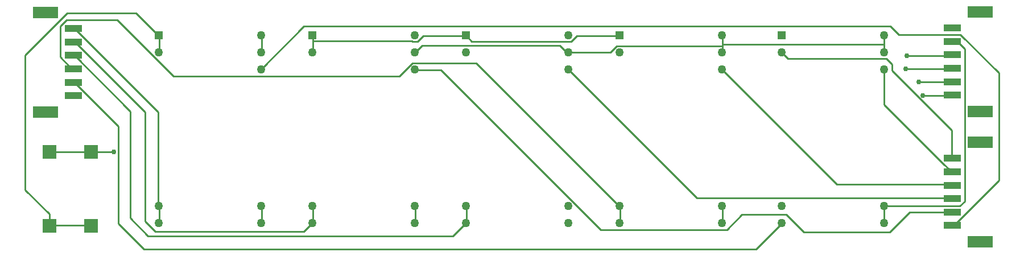
<source format=gbr>
G04 EAGLE Gerber RS-274X export*
G75*
%MOMM*%
%FSLAX34Y34*%
%LPD*%
%INTop Copper*%
%IPPOS*%
%AMOC8*
5,1,8,0,0,1.08239X$1,22.5*%
G01*
G04 Define Apertures*
%ADD10R,2.500000X1.000000*%
%ADD11R,3.800000X1.800000*%
%ADD12R,2.050000X2.050000*%
%ADD13R,1.270000X1.270000*%
%ADD14C,1.270000*%
%ADD15C,0.254000*%
%ADD16C,0.756400*%
D10*
X1397000Y656740D03*
X1397000Y676740D03*
X1397000Y696740D03*
X1397000Y716740D03*
X1397000Y736740D03*
X1397000Y756740D03*
D11*
X1438500Y632740D03*
X1438500Y780740D03*
D10*
X1397000Y850900D03*
X1397000Y870900D03*
X1397000Y890900D03*
X1397000Y910900D03*
X1397000Y930900D03*
X1397000Y950900D03*
D11*
X1438500Y826900D03*
X1438500Y974900D03*
D10*
X88900Y949960D03*
X88900Y929960D03*
X88900Y909960D03*
X88900Y889960D03*
X88900Y869960D03*
X88900Y849960D03*
D11*
X47400Y973960D03*
X47400Y825960D03*
D12*
X53700Y766200D03*
X115200Y766200D03*
X53700Y656200D03*
X115200Y656200D03*
D13*
X215900Y939800D03*
D14*
X215900Y914400D03*
X215900Y685800D03*
X215900Y660400D03*
X368300Y660400D03*
X368300Y685800D03*
X368300Y889000D03*
X368300Y914400D03*
X368300Y939800D03*
D13*
X444500Y939800D03*
D14*
X444500Y914400D03*
X444500Y685800D03*
X444500Y660400D03*
X596900Y660400D03*
X596900Y685800D03*
X596900Y889000D03*
X596900Y914400D03*
X596900Y939800D03*
D13*
X673100Y939800D03*
D14*
X673100Y914400D03*
X673100Y685800D03*
X673100Y660400D03*
X825500Y660400D03*
X825500Y685800D03*
X825500Y889000D03*
X825500Y914400D03*
X825500Y939800D03*
D13*
X901700Y939800D03*
D14*
X901700Y914400D03*
X901700Y685800D03*
X901700Y660400D03*
X1054100Y660400D03*
X1054100Y685800D03*
X1054100Y889000D03*
X1054100Y914400D03*
X1054100Y939800D03*
D13*
X1143000Y939800D03*
D14*
X1143000Y914400D03*
X1143000Y685800D03*
X1143000Y660400D03*
X1295400Y660400D03*
X1295400Y685800D03*
X1295400Y889000D03*
X1295400Y914400D03*
X1295400Y939800D03*
D15*
X1466342Y724154D02*
X1399424Y657236D01*
X1466342Y724154D02*
X1466342Y883666D01*
X1409192Y940816D01*
X1317244Y940816D01*
X1304798Y953262D01*
X432054Y953262D01*
X368808Y890016D01*
X1397000Y656740D02*
X1399424Y657236D01*
X368808Y890016D02*
X368300Y889000D01*
X1333246Y676656D02*
X1395984Y676656D01*
X1333246Y676656D02*
X1303528Y646938D01*
X1176020Y646938D01*
X1150112Y672846D01*
X1083564Y672846D01*
X1061466Y650748D01*
X1395984Y676656D02*
X1397000Y676740D01*
X597408Y888492D02*
X596900Y889000D01*
X873484Y650748D02*
X1061466Y650748D01*
X635740Y888492D02*
X597408Y888492D01*
X635740Y888492D02*
X873484Y650748D01*
X1016508Y697992D02*
X1395984Y697992D01*
X1016508Y697992D02*
X825500Y889000D01*
X1395984Y697992D02*
X1397000Y696740D01*
X1395984Y717804D02*
X1225296Y717804D01*
X1054100Y889000D01*
X1395984Y717804D02*
X1397000Y716740D01*
X1384924Y747152D02*
X1295400Y836676D01*
X1295400Y889000D01*
X1384924Y747152D02*
X1397000Y736740D01*
X1307084Y896874D02*
X1298702Y905256D01*
X1152144Y905256D01*
X1143000Y914400D01*
X1395984Y757428D02*
X1397000Y756740D01*
X114300Y656844D02*
X54864Y656844D01*
X53700Y656200D01*
X114300Y656844D02*
X115200Y656200D01*
X216408Y914400D02*
X216408Y938784D01*
X216408Y914400D02*
X215900Y914400D01*
X216408Y938784D02*
X215900Y939800D01*
X445008Y938784D02*
X445008Y931164D01*
X445008Y914400D01*
X444500Y914400D01*
X445008Y938784D02*
X444500Y939800D01*
X609600Y938784D02*
X672084Y938784D01*
X673100Y939800D01*
X838200Y938784D02*
X900684Y938784D01*
X901700Y939800D01*
X673608Y938784D02*
X673100Y939800D01*
X53340Y673862D02*
X53340Y656844D01*
X79756Y973074D02*
X182118Y973074D01*
X214884Y940308D01*
X53340Y656844D02*
X53700Y656200D01*
X214884Y940308D02*
X215900Y939800D01*
X79756Y973074D02*
X17224Y910542D01*
X17224Y709978D01*
X53340Y673862D01*
X445008Y931164D02*
X592604Y931164D01*
X593112Y930656D01*
X601472Y930656D01*
X609600Y938784D01*
X673608Y938784D02*
X681736Y930656D01*
X830072Y930656D01*
X838200Y938784D01*
X1395984Y798420D02*
X1395984Y757428D01*
X1307084Y887320D02*
X1307084Y896874D01*
X1307084Y887320D02*
X1395984Y798420D01*
X1295400Y926592D02*
X1295400Y939800D01*
X1295400Y926592D02*
X1295400Y914400D01*
X1054608Y926592D02*
X1054608Y938784D01*
X1054608Y926592D02*
X1054608Y923544D01*
X1054608Y914400D01*
X1054100Y914400D01*
X1054608Y938784D02*
X1054100Y939800D01*
X888492Y914400D02*
X825500Y914400D01*
X888492Y914400D02*
X897636Y923544D01*
X1054608Y923544D01*
X1054608Y926592D02*
X1295400Y926592D01*
X114300Y766572D02*
X54864Y766572D01*
X53700Y766200D01*
X114300Y766572D02*
X115200Y766200D01*
X368808Y914400D02*
X368808Y938784D01*
X368808Y914400D02*
X368300Y914400D01*
X368808Y938784D02*
X368300Y939800D01*
X824230Y915670D02*
X825500Y914400D01*
X824230Y915670D02*
X821690Y915670D01*
X812546Y924814D01*
X607822Y924814D01*
X597408Y914400D01*
X596900Y914400D01*
D16*
X148872Y766572D03*
D15*
X115572Y766572D01*
X115200Y766200D01*
X1353312Y850392D02*
X1395984Y850392D01*
X1397000Y850900D01*
X368808Y685800D02*
X368808Y661416D01*
X368808Y685800D02*
X368300Y685800D01*
X368808Y661416D02*
X368300Y660400D01*
D16*
X1353312Y850392D03*
D15*
X1347216Y870204D02*
X1395984Y870204D01*
X1397000Y870900D01*
X597408Y685800D02*
X597408Y661416D01*
X597408Y685800D02*
X596900Y685800D01*
X597408Y661416D02*
X596900Y660400D01*
D16*
X1347216Y870204D03*
D15*
X1327404Y890016D02*
X1395984Y890016D01*
X1397000Y890900D01*
D16*
X1327404Y890016D03*
D15*
X1328928Y909828D02*
X1395984Y909828D01*
X1397000Y910900D01*
X1054608Y685800D02*
X1054608Y661416D01*
X1054100Y660400D01*
X1054100Y685800D02*
X1054608Y685800D01*
D16*
X1328928Y909828D03*
D15*
X1397508Y929640D02*
X1405128Y929640D01*
X1415288Y919480D01*
X1415288Y692912D01*
X1408176Y685800D01*
X1295400Y685800D01*
X1397508Y929640D02*
X1397000Y930900D01*
X1295400Y685800D02*
X1295400Y660400D01*
X214884Y826008D02*
X92964Y947928D01*
X214884Y826008D02*
X214884Y685800D01*
X92964Y947928D02*
X88900Y949960D01*
X214884Y685800D02*
X215900Y685800D01*
X216408Y685800D02*
X216408Y661416D01*
X215900Y660400D01*
X215900Y685800D02*
X216408Y685800D01*
X195834Y825246D02*
X92141Y928939D01*
X195834Y825246D02*
X195834Y662940D01*
X210566Y648208D01*
X431800Y648208D01*
X443484Y659892D01*
X92141Y928939D02*
X88900Y929960D01*
X443484Y659892D02*
X444500Y660400D01*
X445008Y661416D02*
X445008Y685800D01*
X444500Y685800D01*
X445008Y661416D02*
X444500Y660400D01*
X200152Y641350D02*
X173736Y667766D01*
X200152Y641350D02*
X653542Y641350D01*
X672084Y659892D01*
X673100Y660400D01*
X673608Y661416D02*
X673608Y685800D01*
X673100Y685800D01*
X673608Y661416D02*
X673100Y660400D01*
X90351Y909960D02*
X88900Y909960D01*
X90351Y909960D02*
X173736Y826575D01*
X173736Y667766D01*
X86679Y890205D02*
X69342Y907542D01*
X86679Y890205D02*
X88900Y889960D01*
X900684Y685800D02*
X901700Y685800D01*
X902208Y685800D02*
X902208Y661416D01*
X901700Y660400D01*
X901700Y685800D02*
X902208Y685800D01*
X574316Y879348D02*
X237744Y879348D01*
X154258Y962834D01*
X574316Y879348D02*
X593112Y898144D01*
X154258Y962834D02*
X79053Y962834D01*
X688340Y898144D02*
X900684Y685800D01*
X688340Y898144D02*
X593112Y898144D01*
X79053Y962834D02*
X69342Y953123D01*
X69342Y907542D01*
X155448Y659892D02*
X193548Y621792D01*
X1104900Y621792D01*
X1143000Y659892D01*
X1143000Y660400D01*
X90351Y869960D02*
X88900Y869960D01*
X90351Y869960D02*
X155448Y804863D01*
X155448Y659892D01*
M02*

</source>
